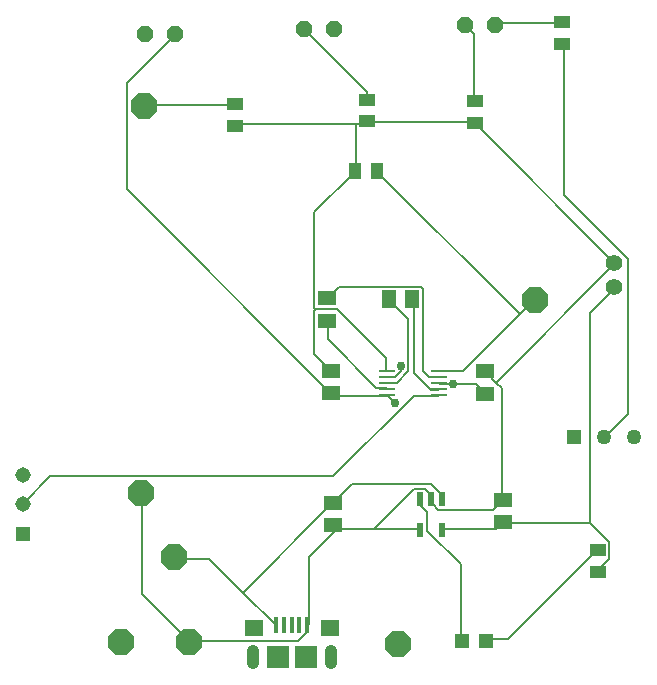
<source format=gbr>
G04 EAGLE Gerber RS-274X export*
G75*
%MOMM*%
%FSLAX34Y34*%
%LPD*%
%INTop Copper*%
%IPPOS*%
%AMOC8*
5,1,8,0,0,1.08239X$1,22.5*%
G01*
G04 Define Apertures*
%ADD10R,1.500000X1.300000*%
%ADD11R,1.300000X1.500000*%
%ADD12C,1.422400*%
%ADD13R,0.400000X1.350000*%
%ADD14R,1.600000X1.400000*%
%ADD15R,1.900000X1.900000*%
%ADD16C,1.008000*%
%ADD17P,1.42962X8X202.5*%
%ADD18R,1.200000X1.200000*%
%ADD19R,1.420200X1.031200*%
%ADD20R,1.031200X1.420200*%
%ADD21R,1.268000X1.268000*%
%ADD22C,1.268000*%
%ADD23R,1.308000X1.308000*%
%ADD24C,1.308000*%
%ADD25P,2.33688X8X22.5*%
%ADD26R,1.358900X0.279400*%
%ADD27R,0.550000X1.200000*%
%ADD28C,0.152400*%
%ADD29C,0.203200*%
%ADD30C,0.756400*%
D10*
X423730Y243070D03*
X423730Y262070D03*
X293580Y243550D03*
X293580Y262550D03*
X290020Y304680D03*
X290020Y323680D03*
D11*
X342680Y322820D03*
X361680Y322820D03*
D10*
X294810Y150810D03*
X294810Y131810D03*
X438910Y133950D03*
X438910Y152950D03*
D12*
X533440Y353310D03*
X533440Y333310D03*
D13*
X247235Y46990D03*
X253735Y46990D03*
X260235Y46990D03*
X266735Y46990D03*
X273235Y46990D03*
D14*
X228235Y44740D03*
X292235Y44740D03*
D15*
X248235Y20240D03*
X272235Y20240D03*
D16*
X227235Y15200D02*
X227235Y25280D01*
X293235Y25280D02*
X293235Y15200D01*
D17*
X295960Y551340D03*
X270560Y551340D03*
X161310Y547651D03*
X135910Y547651D03*
X432430Y554710D03*
X407030Y554710D03*
D18*
X403970Y33710D03*
X424970Y33710D03*
D19*
X519050Y110585D03*
X519050Y92195D03*
X211920Y469905D03*
X211920Y488295D03*
X415596Y472203D03*
X415596Y490593D03*
X324298Y473521D03*
X324298Y491911D03*
D20*
X314095Y431770D03*
X332485Y431770D03*
D21*
X499190Y205980D03*
D22*
X524590Y205980D03*
X549990Y205980D03*
D19*
X489254Y539435D03*
X489254Y557825D03*
D23*
X32960Y124420D03*
D24*
X32960Y149420D03*
X32960Y174420D03*
D25*
X173140Y32460D03*
X115440Y32460D03*
X160810Y104560D03*
X132476Y159310D03*
X349910Y30680D03*
X466000Y322080D03*
X135050Y486338D03*
D26*
X340706Y261790D03*
X340706Y256790D03*
X340706Y251790D03*
X340706Y246790D03*
X340706Y241790D03*
X384774Y241790D03*
X384774Y246790D03*
X384774Y251790D03*
X384774Y256790D03*
X384774Y261790D03*
D27*
X387470Y153470D03*
X377970Y153470D03*
X368470Y153470D03*
X368470Y127470D03*
X387470Y127470D03*
D28*
X339725Y261938D02*
X339725Y273050D01*
X298450Y314325D01*
X280988Y314325D01*
X279400Y312738D01*
X279400Y276225D01*
X292100Y263525D01*
X339725Y261938D02*
X340706Y261790D01*
X293580Y262550D02*
X292100Y263525D01*
X314325Y471488D02*
X322263Y471488D01*
X314325Y471488D02*
X212725Y471488D01*
X322263Y471488D02*
X323850Y473075D01*
X212725Y471488D02*
X211920Y469905D01*
X323850Y473075D02*
X324298Y473521D01*
X314325Y471488D02*
X314325Y431800D01*
X314095Y431770D01*
X325438Y473075D02*
X414338Y473075D01*
X415596Y472203D01*
X325438Y473075D02*
X324298Y473521D01*
X279400Y315913D02*
X280988Y314325D01*
X279400Y315913D02*
X279400Y396875D01*
X312738Y430213D01*
X314095Y431770D01*
X379413Y152400D02*
X379413Y149225D01*
X384175Y144463D01*
X430213Y144463D01*
X438150Y152400D01*
X379413Y152400D02*
X377970Y153470D01*
X438150Y152400D02*
X438910Y152950D01*
X438150Y247650D02*
X433388Y252413D01*
X423730Y262070D01*
X438150Y247650D02*
X438150Y153988D01*
X438910Y152950D01*
X433388Y252413D02*
X533400Y352425D01*
X533440Y353310D01*
X330200Y128588D02*
X298450Y128588D01*
X330200Y128588D02*
X368300Y128588D01*
X298450Y128588D02*
X295275Y131763D01*
X368300Y128588D02*
X368470Y127470D01*
X295275Y131763D02*
X294810Y131810D01*
X274638Y104775D02*
X274638Y47625D01*
X274638Y104775D02*
X298450Y128588D01*
X274638Y47625D02*
X273235Y46990D01*
X298450Y128588D02*
X294810Y131810D01*
X265113Y33338D02*
X174625Y33338D01*
X265113Y33338D02*
X273050Y41275D01*
X273050Y46038D01*
X174625Y33338D02*
X173140Y32460D01*
X273050Y46038D02*
X273235Y46990D01*
X133350Y73025D02*
X133350Y158750D01*
X133350Y73025D02*
X173038Y33338D01*
X133350Y158750D02*
X132476Y159310D01*
X173038Y33338D02*
X173140Y32460D01*
X377825Y153988D02*
X377825Y157163D01*
X373063Y161925D01*
X363538Y161925D01*
X330200Y128588D01*
X377970Y153470D02*
X377825Y153988D01*
X533400Y354013D02*
X415925Y471488D01*
X415596Y472203D01*
X533400Y354013D02*
X533440Y353310D01*
D29*
X387350Y157163D02*
X387350Y153988D01*
X387350Y157163D02*
X377825Y166688D01*
X311150Y166688D01*
X295275Y150813D01*
X387350Y153988D02*
X387470Y153470D01*
X295275Y150813D02*
X294810Y150810D01*
X219075Y74613D02*
X190500Y103188D01*
X219075Y74613D02*
X246063Y47625D01*
X190500Y103188D02*
X161925Y103188D01*
X246063Y47625D02*
X247235Y46990D01*
X161925Y103188D02*
X160810Y104560D01*
X219075Y74613D02*
X293688Y149225D01*
X294810Y150810D01*
D28*
X388938Y128588D02*
X433388Y128588D01*
X438150Y133350D01*
X388938Y128588D02*
X387470Y127470D01*
X438150Y133350D02*
X438910Y133950D01*
X519113Y93663D02*
X528638Y103188D01*
X528638Y117475D01*
X512763Y133350D01*
X439738Y133350D01*
X519113Y93663D02*
X519050Y92195D01*
X439738Y133350D02*
X438910Y133950D01*
X415925Y250825D02*
X396875Y250825D01*
X385763Y250825D01*
X415925Y250825D02*
X422275Y244475D01*
X385763Y250825D02*
X384774Y251790D01*
X422275Y244475D02*
X423730Y243070D01*
X347663Y257175D02*
X341313Y257175D01*
X347663Y257175D02*
X352425Y261938D01*
X352425Y266700D01*
X341313Y257175D02*
X340706Y256790D01*
X512763Y311150D02*
X512763Y133350D01*
X512763Y311150D02*
X533400Y331788D01*
X533440Y333310D01*
D30*
X352425Y266700D03*
X396875Y250825D03*
D29*
X434975Y557213D02*
X488950Y557213D01*
X434975Y557213D02*
X433388Y555625D01*
X488950Y557213D02*
X489254Y557825D01*
X433388Y555625D02*
X432430Y554710D01*
X339725Y241300D02*
X295275Y241300D01*
X293688Y242888D01*
X339725Y241300D02*
X340706Y241790D01*
X293688Y242888D02*
X293580Y243550D01*
X292100Y244475D02*
X120650Y415925D01*
X120650Y506413D01*
X160338Y546100D01*
X292100Y244475D02*
X293580Y243550D01*
X160338Y546100D02*
X161310Y547651D01*
X341313Y241300D02*
X347663Y234950D01*
X341313Y241300D02*
X340706Y241790D01*
D30*
X347663Y234950D03*
D29*
X349250Y252413D02*
X341313Y252413D01*
X349250Y252413D02*
X358775Y261938D01*
X358775Y306388D01*
X342900Y322263D01*
X341313Y252413D02*
X340706Y251790D01*
X342900Y322263D02*
X342680Y322820D01*
X377825Y246063D02*
X384175Y246063D01*
X377825Y246063D02*
X363538Y260350D01*
X363538Y320675D01*
X361950Y322263D01*
X384774Y246790D02*
X384175Y246063D01*
X361950Y322263D02*
X361680Y322820D01*
X339725Y247650D02*
X331788Y247650D01*
X290513Y288925D01*
X290513Y303213D01*
X339725Y247650D02*
X340706Y246790D01*
X290513Y303213D02*
X290020Y304680D01*
X376238Y257175D02*
X384175Y257175D01*
X376238Y257175D02*
X371475Y261938D01*
X371475Y331788D01*
X369888Y333375D01*
X300038Y333375D01*
X290513Y323850D01*
X384175Y257175D02*
X384774Y256790D01*
X290513Y323850D02*
X290020Y323680D01*
X385763Y261938D02*
X404813Y261938D01*
X454025Y311150D02*
X465138Y322263D01*
X454025Y311150D02*
X404813Y261938D01*
X385763Y261938D02*
X384774Y261790D01*
X465138Y322263D02*
X466000Y322080D01*
X452438Y311150D02*
X333375Y430213D01*
X452438Y311150D02*
X454025Y311150D01*
X333375Y430213D02*
X332485Y431770D01*
X490538Y411163D02*
X490538Y538163D01*
X490538Y411163D02*
X544513Y357188D01*
X544513Y225425D01*
X525463Y206375D01*
X490538Y538163D02*
X489254Y539435D01*
X525463Y206375D02*
X524590Y205980D01*
X323850Y492125D02*
X323850Y498475D01*
X271463Y550863D01*
X323850Y492125D02*
X324298Y491911D01*
X271463Y550863D02*
X270560Y551340D01*
X211138Y487363D02*
X136525Y487363D01*
X211138Y487363D02*
X211920Y488295D01*
X136525Y487363D02*
X135050Y486338D01*
X414338Y492125D02*
X414338Y547688D01*
X407988Y554038D01*
X414338Y492125D02*
X415596Y490593D01*
X407988Y554038D02*
X407030Y554710D01*
X425450Y34925D02*
X442913Y34925D01*
X517525Y109538D01*
X425450Y34925D02*
X424970Y33710D01*
X517525Y109538D02*
X519050Y110585D01*
X403225Y98425D02*
X403225Y34925D01*
X403225Y98425D02*
X374650Y127000D01*
X374650Y142875D01*
X369888Y147638D01*
X369888Y152400D01*
X403225Y34925D02*
X403970Y33710D01*
X369888Y152400D02*
X368470Y153470D01*
X363538Y241300D02*
X384175Y241300D01*
X363538Y241300D02*
X295275Y173038D01*
X55563Y173038D01*
X33338Y150813D01*
X384175Y241300D02*
X384774Y241790D01*
X33338Y150813D02*
X32960Y149420D01*
M02*

</source>
